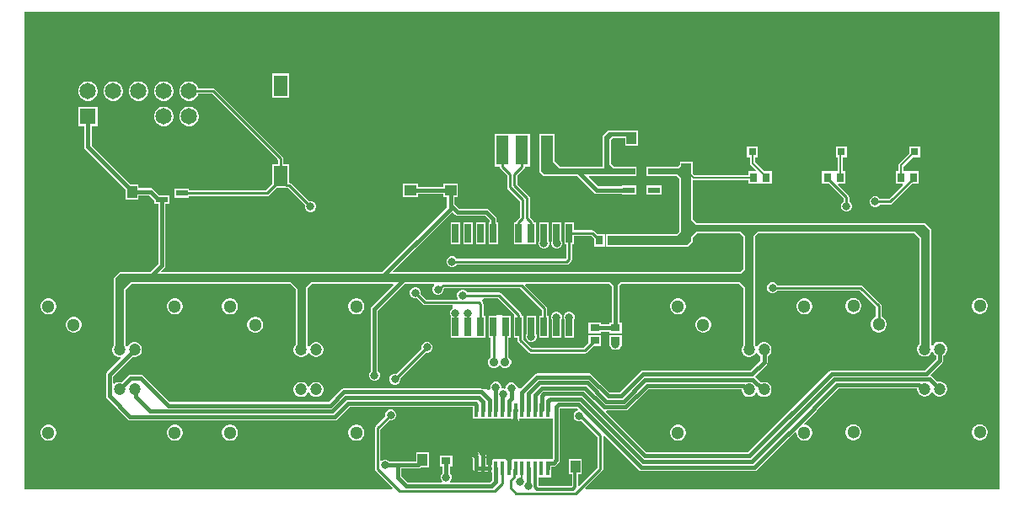
<source format=gtl>
G04*
G04 #@! TF.GenerationSoftware,Altium Limited,Altium Designer,21.2.2 (38)*
G04*
G04 Layer_Physical_Order=1*
G04 Layer_Color=255*
%FSLAX25Y25*%
%MOIN*%
G70*
G04*
G04 #@! TF.SameCoordinates,A8DC1787-E1FC-4306-BF81-433DAE83029F*
G04*
G04*
G04 #@! TF.FilePolarity,Positive*
G04*
G01*
G75*
%ADD13C,0.01000*%
%ADD15R,0.02559X0.07579*%
%ADD16R,0.03150X0.03150*%
%ADD17R,0.01772X0.05807*%
%ADD18R,0.03985X0.04758*%
%ADD19R,0.03740X0.03150*%
%ADD20R,0.03150X0.03740*%
%ADD21R,0.04724X0.02362*%
%ADD22R,0.04528X0.02165*%
%ADD23R,0.04758X0.03985*%
%ADD24R,0.04921X0.11811*%
%ADD25R,0.05512X0.08268*%
%ADD38C,0.13780*%
%ADD40C,0.00800*%
%ADD41C,0.01575*%
%ADD42C,0.01772*%
%ADD43C,0.01181*%
%ADD44C,0.03583*%
%ADD45C,0.05118*%
%ADD46C,0.04724*%
%ADD47C,0.06496*%
%ADD48R,0.06496X0.06496*%
%ADD49C,0.03150*%
G36*
X389764Y3937D02*
X225862D01*
X225670Y4399D01*
X232486Y11215D01*
X232486Y11215D01*
X232729Y11579D01*
X232815Y12008D01*
X232815Y12008D01*
Y24911D01*
X233300Y25132D01*
X246933Y11500D01*
X247392Y11193D01*
X247933Y11085D01*
X292717D01*
X293258Y11193D01*
X293717Y11500D01*
X296965Y14748D01*
X296965Y14748D01*
X308742Y26526D01*
X309243Y26318D01*
Y25864D01*
X309458Y25060D01*
X309874Y24340D01*
X310462Y23752D01*
X311182Y23336D01*
X311986Y23121D01*
X312818D01*
X313621Y23336D01*
X314341Y23752D01*
X314930Y24340D01*
X315345Y25060D01*
X315561Y25864D01*
Y26695D01*
X315345Y27499D01*
X314930Y28219D01*
X314341Y28807D01*
X313621Y29223D01*
X312818Y29439D01*
X312363D01*
X312156Y29939D01*
X317240Y35023D01*
X317439Y35320D01*
X325980Y43861D01*
X356894D01*
X357015Y43740D01*
Y43215D01*
X357217Y42462D01*
X357607Y41786D01*
X358159Y41235D01*
X358834Y40845D01*
X359588Y40643D01*
X360368D01*
X361121Y40845D01*
X361797Y41235D01*
X362348Y41786D01*
X362653Y42315D01*
X362757Y42347D01*
X363104D01*
X363208Y42315D01*
X363513Y41786D01*
X364064Y41235D01*
X364740Y40845D01*
X365493Y40643D01*
X366273D01*
X367027Y40845D01*
X367702Y41235D01*
X368254Y41786D01*
X368644Y42462D01*
X368846Y43215D01*
Y43995D01*
X368644Y44748D01*
X368254Y45424D01*
X367702Y45975D01*
X367027Y46365D01*
X366273Y46567D01*
X365493D01*
X365042Y46446D01*
X363038Y48451D01*
X362579Y48757D01*
X362421Y48789D01*
X362257Y49331D01*
X366883Y53958D01*
X367190Y54417D01*
X367298Y54958D01*
Y56749D01*
X367702Y56983D01*
X368254Y57534D01*
X368644Y58210D01*
X368846Y58963D01*
Y59743D01*
X368644Y60496D01*
X368254Y61172D01*
X367702Y61723D01*
X367027Y62113D01*
X366273Y62315D01*
X365493D01*
X364740Y62113D01*
X364064Y61723D01*
X363513Y61172D01*
X363354Y60897D01*
X362765Y60819D01*
X362556Y61027D01*
X362556Y106597D01*
X362366Y107057D01*
X360302Y109121D01*
X359842Y109311D01*
X269954D01*
X268390Y110875D01*
Y126151D01*
X268504Y126244D01*
X290247D01*
Y124794D01*
X293982D01*
X293982Y124791D01*
X295988D01*
X295990Y124794D01*
X299517D01*
Y129734D01*
X296610D01*
X292949Y133395D01*
Y135325D01*
X294104D01*
Y139675D01*
X289754D01*
Y135325D01*
X290910D01*
Y132972D01*
X290987Y132582D01*
X291208Y132252D01*
X293264Y130196D01*
X293073Y129734D01*
X290247D01*
Y128283D01*
X268926D01*
X268390Y128820D01*
Y128897D01*
X268340Y129016D01*
Y133385D01*
X263156D01*
Y132283D01*
X262428Y131555D01*
X255915D01*
Y131604D01*
X249991D01*
Y131025D01*
X249941Y130905D01*
Y128543D01*
X249991Y128424D01*
Y128042D01*
X250234D01*
X250590Y127894D01*
X261936D01*
X263102Y126728D01*
X263070Y107136D01*
X263061Y106042D01*
X261901Y104882D01*
X238395D01*
Y104931D01*
X234046D01*
Y104352D01*
X233996Y104232D01*
Y100492D01*
X234046Y100373D01*
Y99990D01*
X234229D01*
X234261Y99958D01*
X234720Y99768D01*
X265848D01*
X266308Y99958D01*
X268200Y101850D01*
X268390Y102310D01*
Y103692D01*
X269954Y105256D01*
X286837D01*
X288231Y103862D01*
X288231Y90927D01*
X287072Y89768D01*
X149934Y89768D01*
X149743Y90230D01*
X173166Y113653D01*
X174334Y112484D01*
X174793Y112177D01*
X175334Y112070D01*
X186127D01*
X187936Y110260D01*
Y109653D01*
X187471D01*
Y100874D01*
X191230D01*
Y109653D01*
X190765D01*
Y110846D01*
X190657Y111388D01*
X190351Y111847D01*
X187713Y114485D01*
X187254Y114791D01*
X186713Y114899D01*
X175920D01*
X173888Y116932D01*
Y119553D01*
X175452D01*
Y124738D01*
X169494D01*
Y123560D01*
X159672D01*
Y124738D01*
X153714D01*
Y119553D01*
X159672D01*
Y120731D01*
X169494D01*
Y119553D01*
X171058D01*
Y115547D01*
X145280Y89768D01*
X115235D01*
X115230Y89770D01*
X111890D01*
X111885Y89768D01*
X58284Y89768D01*
X58092Y90230D01*
X59268Y91406D01*
X59575Y91865D01*
X59682Y92406D01*
Y116821D01*
X61132D01*
Y120187D01*
X57405D01*
X54930Y122661D01*
X54471Y122968D01*
X53930Y123075D01*
X49049D01*
Y124640D01*
X45865D01*
X30470Y140035D01*
Y147668D01*
X32903D01*
Y155364D01*
X25207D01*
Y147668D01*
X27641D01*
Y139449D01*
X27748Y138908D01*
X28055Y138449D01*
X43864Y122639D01*
Y118682D01*
X49049D01*
Y120246D01*
X53344D01*
X55404Y118186D01*
Y116821D01*
X56853D01*
Y92992D01*
X53629Y89768D01*
X41732D01*
X41273Y89578D01*
X39603Y87908D01*
X39413Y87448D01*
Y85778D01*
X39413Y85778D01*
Y61197D01*
X39188Y60972D01*
X38798Y60297D01*
X38596Y59544D01*
Y58764D01*
X38798Y58010D01*
X39188Y57335D01*
X39739Y56783D01*
X40415Y56393D01*
X41168Y56191D01*
X41794D01*
X42016Y55771D01*
X42025Y55715D01*
X36598Y50288D01*
X36292Y49830D01*
X36184Y49288D01*
Y40748D01*
X36292Y40207D01*
X36598Y39748D01*
X44767Y31578D01*
X45226Y31272D01*
X45768Y31164D01*
X75577D01*
X126673Y31164D01*
X127215Y31272D01*
X127673Y31578D01*
X132615Y36520D01*
X181290D01*
Y31846D01*
X196668D01*
Y30627D01*
X196621Y30390D01*
X196728Y29848D01*
X197035Y29389D01*
X197494Y29083D01*
X198035Y28975D01*
X198577Y29083D01*
X199036Y29389D01*
X199083Y29437D01*
X199390Y29896D01*
X199497Y30437D01*
Y31846D01*
X212411D01*
Y31846D01*
X212857Y31716D01*
Y16039D01*
X212565Y15746D01*
X211024D01*
X210887Y15719D01*
X196985D01*
Y16508D01*
X196985Y16508D01*
X196878Y17050D01*
X196571Y17509D01*
X196112Y17815D01*
X195571Y17923D01*
X195029Y17815D01*
X194571Y17509D01*
X194264Y17050D01*
X194156Y16508D01*
Y15719D01*
X188967D01*
Y13768D01*
X188467Y13501D01*
X188435Y13522D01*
X187894Y13630D01*
X186700D01*
Y18357D01*
X186592Y18898D01*
X186286Y19357D01*
X186237Y19406D01*
X185777Y19713D01*
X185236Y19820D01*
X184695Y19713D01*
X184236Y19406D01*
X183929Y18947D01*
X183901Y18803D01*
X183331Y18504D01*
X183197Y18562D01*
X182890Y19021D01*
X182431Y19328D01*
X181890Y19436D01*
X181348Y19328D01*
X180889Y19021D01*
X180583Y18562D01*
X180475Y18021D01*
Y17595D01*
X180583Y17053D01*
X180889Y16595D01*
X181263Y16221D01*
Y12314D01*
X181370Y11773D01*
X181677Y11314D01*
X181775Y11215D01*
X182234Y10909D01*
X182776Y10801D01*
X187894D01*
X188435Y10909D01*
X188440Y10912D01*
X188940Y10644D01*
Y7574D01*
X187997Y6631D01*
X172422D01*
X172215Y7131D01*
X172513Y7429D01*
X172844Y8229D01*
Y9094D01*
X172513Y9893D01*
X172133Y10273D01*
Y12885D01*
X173238D01*
Y17234D01*
X168298D01*
Y12885D01*
X169304D01*
Y10372D01*
X168826Y9893D01*
X168494Y9094D01*
Y8229D01*
X168826Y7429D01*
X169124Y7131D01*
X168917Y6631D01*
X155507D01*
X152891Y9247D01*
Y12070D01*
X159646D01*
X160187Y12177D01*
X160646Y12484D01*
X160826Y12664D01*
X164010D01*
Y18621D01*
X158825D01*
Y14899D01*
X151476D01*
X151476Y14899D01*
X148315D01*
X147886Y15328D01*
X147086Y15659D01*
X146221D01*
X145422Y15328D01*
X145224Y15130D01*
X144724Y15337D01*
Y27587D01*
X148276Y31139D01*
X148386Y31093D01*
X149251D01*
X150051Y31424D01*
X150663Y32036D01*
X150994Y32835D01*
Y33700D01*
X150663Y34500D01*
X150051Y35111D01*
X149251Y35443D01*
X148386D01*
X147587Y35111D01*
X146975Y34500D01*
X146644Y33700D01*
Y32835D01*
X146690Y32725D01*
X142809Y28844D01*
X142566Y28480D01*
X142481Y28051D01*
X142481Y28051D01*
Y11853D01*
X142481Y11853D01*
X142566Y11423D01*
X142809Y11060D01*
X149470Y4399D01*
X149278Y3937D01*
X3937D01*
Y192913D01*
X389764D01*
Y3937D01*
D02*
G37*
G36*
X236369Y84074D02*
Y69893D01*
X235314D01*
Y69133D01*
X231986D01*
Y69893D01*
X227046D01*
Y65544D01*
X231986D01*
Y66304D01*
X235314D01*
Y65544D01*
X240254D01*
Y69893D01*
X239198D01*
Y84302D01*
X240025Y85128D01*
X286739Y85129D01*
X288231Y83636D01*
X288231Y61023D01*
X288181Y60972D01*
X287791Y60297D01*
X287589Y59544D01*
Y58764D01*
X287791Y58010D01*
X288181Y57335D01*
X288732Y56783D01*
X289408Y56393D01*
X290161Y56191D01*
X290941D01*
X291695Y56393D01*
X292370Y56783D01*
X292921Y57335D01*
X293227Y57863D01*
X293331Y57896D01*
X293677D01*
X293781Y57863D01*
X294086Y57335D01*
X294638Y56783D01*
X295042Y56550D01*
Y54729D01*
X291137Y50824D01*
X248475D01*
X247933Y50716D01*
X247475Y50410D01*
X239424Y42360D01*
X235452D01*
X228447Y49365D01*
X227988Y49672D01*
X227447Y49779D01*
X206734D01*
X206192Y49672D01*
X205733Y49365D01*
X200155Y43786D01*
X199655Y43793D01*
X198316Y45210D01*
X198300Y45247D01*
X197949Y45599D01*
X197679Y45884D01*
X197628D01*
X196889Y46190D01*
X196024D01*
X195225Y45859D01*
X194613Y45247D01*
X194282Y44448D01*
Y44026D01*
X193782Y43692D01*
X193715Y43720D01*
X193056D01*
X192823Y43765D01*
X192594Y44155D01*
Y44675D01*
X192263Y45475D01*
X191651Y46087D01*
X190852Y46418D01*
X189987D01*
X189187Y46087D01*
X188575Y45475D01*
X188244Y44675D01*
Y43810D01*
X188267Y43756D01*
X187733Y43378D01*
X186641Y43498D01*
X185297Y43571D01*
X185095Y43705D01*
X184554Y43813D01*
X130181D01*
X129639Y43705D01*
X129180Y43399D01*
X124238Y38457D01*
X61378D01*
X51000Y48835D01*
X50541Y49142D01*
X50000Y49249D01*
X45987D01*
X45446Y49142D01*
X44987Y48835D01*
X42399Y46247D01*
X41948Y46368D01*
X41168D01*
X40415Y46166D01*
X39739Y45776D01*
X39513Y45549D01*
X39013Y45757D01*
Y48702D01*
X46623Y56312D01*
X47074Y56191D01*
X47854D01*
X48607Y56393D01*
X49283Y56783D01*
X49834Y57335D01*
X50224Y58010D01*
X50426Y58764D01*
Y59544D01*
X50224Y60297D01*
X49834Y60972D01*
X49283Y61524D01*
X48607Y61914D01*
X47854Y62116D01*
X47074D01*
X46320Y61914D01*
X45645Y61524D01*
X45093Y60972D01*
X44788Y60444D01*
X44684Y60411D01*
X44338D01*
X44234Y60444D01*
X44052Y60759D01*
X44052Y82849D01*
X46332Y85129D01*
X109180D01*
X111240Y83068D01*
Y61197D01*
X111015Y60972D01*
X110626Y60297D01*
X110424Y59544D01*
Y58764D01*
X110626Y58010D01*
X111015Y57335D01*
X111567Y56783D01*
X112242Y56393D01*
X112996Y56191D01*
X113776D01*
X114529Y56393D01*
X115122Y56735D01*
X115230D01*
X115689Y56926D01*
X115880Y57385D01*
Y57514D01*
X116157Y57811D01*
X116677Y57757D01*
X116921Y57335D01*
X117473Y56783D01*
X118148Y56393D01*
X118901Y56191D01*
X119681D01*
X120435Y56393D01*
X121110Y56783D01*
X121662Y57335D01*
X122052Y58010D01*
X122254Y58764D01*
Y59544D01*
X122052Y60297D01*
X121662Y60972D01*
X121110Y61524D01*
X120435Y61914D01*
X119681Y62116D01*
X118901D01*
X118148Y61914D01*
X117473Y61524D01*
X116921Y60972D01*
X116616Y60444D01*
X116512Y60411D01*
X116165D01*
X116061Y60444D01*
X115880Y60759D01*
X115880Y83416D01*
X117592Y85129D01*
X149601D01*
X149792Y84667D01*
X141224Y76099D01*
X140918Y75640D01*
X140810Y75098D01*
Y50514D01*
X140534Y50238D01*
X140203Y49439D01*
Y48574D01*
X140534Y47774D01*
X141146Y47163D01*
X141945Y46832D01*
X142810D01*
X143609Y47163D01*
X144221Y47774D01*
X144552Y48574D01*
Y49439D01*
X144221Y50238D01*
X143639Y50820D01*
Y74512D01*
X154255Y85129D01*
X165886D01*
X166093Y84629D01*
X165670Y84206D01*
X165339Y83406D01*
Y82541D01*
X165670Y81742D01*
X166282Y81130D01*
X167081Y80799D01*
X167947D01*
X168746Y81130D01*
X169358Y81742D01*
X169689Y82541D01*
Y83291D01*
X169954Y83557D01*
X199995D01*
X208524Y75028D01*
Y72551D01*
X207471D01*
Y63772D01*
X211230D01*
Y72551D01*
X210767D01*
Y75492D01*
X210767Y75492D01*
X210682Y75921D01*
X210439Y76285D01*
X202057Y84667D01*
X202249Y85129D01*
X235314D01*
X236369Y84074D01*
D02*
G37*
G36*
X264951Y131678D02*
X265039Y131135D01*
X265027Y131127D01*
X264806Y130796D01*
X264728Y130406D01*
Y128897D01*
X267740D01*
Y110606D01*
X269685Y108661D01*
X359842D01*
X361907Y106597D01*
X361907Y59055D01*
X358566Y59055D01*
X358566Y103590D01*
X356251Y105905D01*
X293799Y105905D01*
X292224Y104331D01*
X292221Y104331D01*
X292221Y87826D01*
X292221Y85778D01*
X292221Y85778D01*
X292221Y57677D01*
X288881Y57677D01*
X288881Y83905D01*
X287008Y85778D01*
X239756Y85778D01*
X238559Y84581D01*
X237001Y84360D01*
X235583Y85778D01*
X200570D01*
X200459Y85800D01*
X200459Y85800D01*
X169490D01*
X169490Y85800D01*
X169380Y85778D01*
X117323D01*
X115248Y83703D01*
X115230Y83701D01*
X115230Y57385D01*
X111890Y57385D01*
Y83337D01*
X109449Y85778D01*
X46063D01*
X43403Y83118D01*
X43403Y57874D01*
X40062Y57874D01*
Y85778D01*
X40062Y85778D01*
Y87448D01*
X40062Y87448D01*
X41732Y89119D01*
X111890Y89119D01*
Y89121D01*
X115230D01*
Y89119D01*
X287341Y89119D01*
X288881Y90658D01*
X288881Y104134D01*
X288878Y104134D01*
X287106Y105905D01*
X269685D01*
X267740Y103961D01*
Y102310D01*
X265848Y100418D01*
X234720D01*
X234646Y100492D01*
Y104232D01*
X262170D01*
X263709Y105771D01*
X263720Y107133D01*
X263752Y127020D01*
X263734Y127014D01*
X262205Y128543D01*
X250590D01*
Y130905D01*
X262697D01*
X263791Y131999D01*
X264951Y131678D01*
D02*
G37*
G36*
X355982Y105256D02*
X357916Y103321D01*
X357916Y61481D01*
X357607Y61172D01*
X357217Y60496D01*
X357015Y59743D01*
Y58963D01*
X357217Y58210D01*
X357607Y57534D01*
X358159Y56983D01*
X358834Y56593D01*
X359588Y56391D01*
X360368D01*
X361121Y56593D01*
X361797Y56983D01*
X362348Y57534D01*
X362653Y58063D01*
X362757Y58095D01*
X363104D01*
X363208Y58063D01*
X363513Y57534D01*
X364064Y56983D01*
X364469Y56749D01*
Y55544D01*
X359964Y51040D01*
X323149D01*
X322607Y50932D01*
X322149Y50625D01*
X290083Y18560D01*
X250026D01*
X233946Y34639D01*
X234137Y35101D01*
X241732D01*
X242274Y35209D01*
X242733Y35515D01*
X250783Y43566D01*
X287538D01*
X287589Y43515D01*
Y43016D01*
X287791Y42262D01*
X288181Y41587D01*
X288732Y41035D01*
X289408Y40645D01*
X290161Y40443D01*
X290941D01*
X291695Y40645D01*
X292370Y41035D01*
X292921Y41587D01*
X293227Y42115D01*
X293331Y42148D01*
X293677D01*
X293781Y42115D01*
X294086Y41587D01*
X294638Y41035D01*
X295313Y40645D01*
X296067Y40443D01*
X296847D01*
X297600Y40645D01*
X298275Y41035D01*
X298827Y41587D01*
X299217Y42262D01*
X299419Y43016D01*
Y43795D01*
X299217Y44549D01*
X298827Y45224D01*
X298275Y45776D01*
X297600Y46166D01*
X296847Y46368D01*
X296067D01*
X295313Y46166D01*
X295174Y46086D01*
X293141Y48119D01*
X293043Y48281D01*
X293003Y48689D01*
X297457Y53143D01*
X297764Y53602D01*
X297871Y54143D01*
Y56550D01*
X298275Y56783D01*
X298827Y57335D01*
X299217Y58010D01*
X299419Y58764D01*
Y59544D01*
X299217Y60297D01*
X298827Y60972D01*
X298275Y61524D01*
X297600Y61914D01*
X296847Y62116D01*
X296067D01*
X295313Y61914D01*
X294638Y61524D01*
X294086Y60972D01*
X293781Y60444D01*
X293677Y60411D01*
X293331D01*
X293227Y60444D01*
X292921Y60972D01*
X292871Y61023D01*
X292871Y85778D01*
X292871Y85778D01*
X292871Y87826D01*
X292871Y104059D01*
X294068Y105256D01*
X355982Y105256D01*
D02*
G37*
G36*
X222851Y35581D02*
X222682Y35043D01*
X222067Y34789D01*
X221455Y34177D01*
X221124Y33377D01*
Y32512D01*
X221455Y31713D01*
X222067Y31101D01*
X222867Y30770D01*
X223732D01*
X224229Y30976D01*
X230571Y24634D01*
Y12472D01*
X223422Y5323D01*
X222960Y5514D01*
Y9908D01*
X224443D01*
Y15865D01*
X219258D01*
Y9908D01*
X220532D01*
Y5249D01*
X207256D01*
Y8712D01*
X212411D01*
Y12917D01*
X213151D01*
X213692Y13025D01*
X214151Y13331D01*
X215272Y14453D01*
X215579Y14911D01*
X215686Y15453D01*
Y35893D01*
X215780Y35987D01*
X222446D01*
X222851Y35581D01*
D02*
G37*
%LPC*%
G36*
X108671Y168415D02*
X101959D01*
Y158947D01*
X108671D01*
Y168415D01*
D02*
G37*
G36*
X59562Y165364D02*
X58548D01*
X57570Y165102D01*
X56692Y164595D01*
X55976Y163879D01*
X55469Y163001D01*
X55207Y162022D01*
Y161009D01*
X55469Y160030D01*
X55976Y159153D01*
X56692Y158437D01*
X57570Y157930D01*
X58548Y157668D01*
X59562D01*
X60540Y157930D01*
X61418Y158437D01*
X62134Y159153D01*
X62641Y160030D01*
X62903Y161009D01*
Y162022D01*
X62641Y163001D01*
X62134Y163879D01*
X61418Y164595D01*
X60540Y165102D01*
X59562Y165364D01*
D02*
G37*
G36*
X49562D02*
X48548D01*
X47570Y165102D01*
X46692Y164595D01*
X45976Y163879D01*
X45469Y163001D01*
X45207Y162022D01*
Y161009D01*
X45469Y160030D01*
X45976Y159153D01*
X46692Y158437D01*
X47570Y157930D01*
X48548Y157668D01*
X49562D01*
X50540Y157930D01*
X51418Y158437D01*
X52134Y159153D01*
X52641Y160030D01*
X52903Y161009D01*
Y162022D01*
X52641Y163001D01*
X52134Y163879D01*
X51418Y164595D01*
X50540Y165102D01*
X49562Y165364D01*
D02*
G37*
G36*
X39562D02*
X38548D01*
X37570Y165102D01*
X36692Y164595D01*
X35976Y163879D01*
X35469Y163001D01*
X35207Y162022D01*
Y161009D01*
X35469Y160030D01*
X35976Y159153D01*
X36692Y158437D01*
X37570Y157930D01*
X38548Y157668D01*
X39562D01*
X40540Y157930D01*
X41418Y158437D01*
X42134Y159153D01*
X42641Y160030D01*
X42903Y161009D01*
Y162022D01*
X42641Y163001D01*
X42134Y163879D01*
X41418Y164595D01*
X40540Y165102D01*
X39562Y165364D01*
D02*
G37*
G36*
X29562D02*
X28548D01*
X27570Y165102D01*
X26692Y164595D01*
X25976Y163879D01*
X25469Y163001D01*
X25207Y162022D01*
Y161009D01*
X25469Y160030D01*
X25976Y159153D01*
X26692Y158437D01*
X27570Y157930D01*
X28548Y157668D01*
X29562D01*
X30540Y157930D01*
X31418Y158437D01*
X32134Y159153D01*
X32641Y160030D01*
X32903Y161009D01*
Y162022D01*
X32641Y163001D01*
X32134Y163879D01*
X31418Y164595D01*
X30540Y165102D01*
X29562Y165364D01*
D02*
G37*
G36*
X170984Y153559D02*
X170594Y153481D01*
X170263Y153260D01*
X168567Y151564D01*
X168346Y151233D01*
X168269Y150843D01*
X168346Y150453D01*
X168567Y150122D01*
X168898Y149901D01*
X169288Y149824D01*
X169678Y149901D01*
X170009Y150122D01*
X171705Y151818D01*
X171926Y152149D01*
X172004Y152539D01*
X171926Y152930D01*
X171705Y153260D01*
X171374Y153481D01*
X170984Y153559D01*
D02*
G37*
G36*
X224311Y155548D02*
X223770Y155441D01*
X223311Y155134D01*
X221716Y153540D01*
X221410Y153081D01*
X221302Y152539D01*
X221410Y151998D01*
X221716Y151539D01*
X222175Y151233D01*
X222682Y151132D01*
X223747Y150067D01*
X224078Y149846D01*
X224468Y149769D01*
X224858Y149846D01*
X225189Y150067D01*
X225410Y150398D01*
X225487Y150788D01*
X225410Y151178D01*
X225189Y151509D01*
X224438Y152260D01*
X225311Y153134D01*
X225618Y153593D01*
X225726Y154134D01*
X225618Y154675D01*
X225311Y155134D01*
X224852Y155441D01*
X224311Y155548D01*
D02*
G37*
G36*
X159702Y151863D02*
X159311Y151785D01*
X158981Y151564D01*
X158531Y151115D01*
X158310Y150784D01*
X158232Y150394D01*
X158310Y150004D01*
X158531Y149673D01*
X158862Y149452D01*
X159252Y149374D01*
X159642Y149452D01*
X159973Y149673D01*
X160423Y150122D01*
X160643Y150453D01*
X160721Y150843D01*
X160643Y151233D01*
X160423Y151564D01*
X160092Y151785D01*
X159702Y151863D01*
D02*
G37*
G36*
X69562Y155364D02*
X68549D01*
X67570Y155102D01*
X66692Y154595D01*
X65976Y153878D01*
X65469Y153001D01*
X65207Y152022D01*
Y151009D01*
X65469Y150031D01*
X65976Y149153D01*
X66692Y148437D01*
X67570Y147930D01*
X68549Y147668D01*
X69562D01*
X70540Y147930D01*
X71418Y148437D01*
X72134Y149153D01*
X72641Y150031D01*
X72903Y151009D01*
Y152022D01*
X72641Y153001D01*
X72134Y153878D01*
X71418Y154595D01*
X70540Y155102D01*
X69562Y155364D01*
D02*
G37*
G36*
X59562D02*
X58548D01*
X57570Y155102D01*
X56692Y154595D01*
X55976Y153878D01*
X55469Y153001D01*
X55207Y152022D01*
Y151009D01*
X55469Y150031D01*
X55976Y149153D01*
X56692Y148437D01*
X57570Y147930D01*
X58548Y147668D01*
X59562D01*
X60540Y147930D01*
X61418Y148437D01*
X62134Y149153D01*
X62641Y150031D01*
X62903Y151009D01*
Y152022D01*
X62641Y153001D01*
X62134Y153878D01*
X61418Y154595D01*
X60540Y155102D01*
X59562Y155364D01*
D02*
G37*
G36*
X203848Y144557D02*
X197727D01*
Y144554D01*
X195974D01*
Y144557D01*
X189853D01*
Y131546D01*
X191812D01*
X191877Y131217D01*
X192120Y130853D01*
X194829Y128144D01*
Y123392D01*
X194829Y123392D01*
X194914Y122963D01*
X195157Y122599D01*
X199834Y117922D01*
Y111623D01*
X198557Y110346D01*
X198314Y109982D01*
X198249Y109653D01*
X197471D01*
Y100874D01*
X200831D01*
X200841Y100865D01*
Y100865D01*
X203006D01*
Y100874D01*
X206230D01*
Y109653D01*
X205452D01*
X205387Y109982D01*
X205143Y110346D01*
X205143Y110346D01*
X203877Y111612D01*
Y119132D01*
X203792Y119562D01*
X203549Y119926D01*
X203549Y119926D01*
X198872Y124603D01*
Y128144D01*
X201581Y130853D01*
X201824Y131217D01*
X201889Y131546D01*
X203848D01*
Y144557D01*
D02*
G37*
G36*
X320817Y138766D02*
X320427Y138688D01*
X320096Y138467D01*
X319875Y138136D01*
X319797Y137746D01*
X319875Y137356D01*
X320096Y137025D01*
X320342Y136779D01*
X320673Y136558D01*
X321063Y136480D01*
X321453Y136558D01*
X321784Y136779D01*
X322005Y137110D01*
X322083Y137500D01*
X322005Y137890D01*
X321784Y138221D01*
X321538Y138467D01*
X321207Y138688D01*
X320817Y138766D01*
D02*
G37*
G36*
X183071Y139466D02*
X182529Y139358D01*
X182071Y139051D01*
X181764Y138593D01*
X181656Y138051D01*
Y134606D01*
X181764Y134065D01*
X182071Y133606D01*
X182529Y133299D01*
X183071Y133192D01*
X183612Y133299D01*
X184071Y133606D01*
X184378Y134065D01*
X184485Y134606D01*
Y138051D01*
X184378Y138593D01*
X184071Y139051D01*
X183612Y139358D01*
X183071Y139466D01*
D02*
G37*
G36*
X246687Y145983D02*
X241502D01*
Y145925D01*
X234951D01*
X234492Y145735D01*
X232912Y144154D01*
X232878Y144073D01*
X232808Y144019D01*
X232786Y143851D01*
X232721Y143695D01*
X232720Y131554D01*
X215824D01*
X213734Y133645D01*
Y133848D01*
X213691Y133952D01*
Y144557D01*
X207569D01*
Y133996D01*
X207513Y133861D01*
X207513Y133859D01*
X207513Y133858D01*
X207523Y129864D01*
X207619Y129634D01*
X207713Y129406D01*
X209026Y128094D01*
X209275Y127990D01*
X209485Y127904D01*
X222498Y127899D01*
X229126Y121271D01*
X229617Y120943D01*
X230197Y120828D01*
X240148D01*
Y120561D01*
X246072D01*
Y124124D01*
X240148D01*
Y123857D01*
X230824D01*
X227247Y127435D01*
X227438Y127897D01*
X245468Y127891D01*
X245709Y127990D01*
X245833Y128042D01*
X246072D01*
Y128431D01*
X246118Y128540D01*
X246119Y130904D01*
X246119Y130905D01*
X246119Y130905D01*
X246072Y131017D01*
Y131604D01*
X240148D01*
Y131554D01*
X237265D01*
X236083Y132737D01*
X236083Y142245D01*
X236883Y143046D01*
X241502D01*
Y140026D01*
X246687D01*
Y143633D01*
X246712Y143695D01*
Y145276D01*
X246687Y145337D01*
Y145983D01*
D02*
G37*
G36*
X329143Y139675D02*
X324794D01*
Y135325D01*
X325457D01*
Y129734D01*
X324302D01*
Y129727D01*
X323730D01*
Y129734D01*
X319380D01*
Y124794D01*
X322144D01*
X327914Y119024D01*
Y117834D01*
X327803Y117789D01*
X327192Y117177D01*
X326861Y116377D01*
Y115512D01*
X327192Y114713D01*
X327803Y114101D01*
X328603Y113770D01*
X329468D01*
X330267Y114101D01*
X330879Y114713D01*
X331210Y115512D01*
Y116377D01*
X330879Y117177D01*
X330267Y117789D01*
X330157Y117834D01*
Y119488D01*
X330157Y119488D01*
X330072Y119917D01*
X329829Y120281D01*
X329829Y120281D01*
X325778Y124332D01*
X325969Y124794D01*
X328651D01*
Y129734D01*
X327496D01*
Y135325D01*
X329143D01*
Y139675D01*
D02*
G37*
G36*
X255915Y124124D02*
X249991D01*
Y120561D01*
X255915D01*
Y124124D01*
D02*
G37*
G36*
X358277Y139675D02*
X353928D01*
Y136767D01*
X349968Y132808D01*
X349747Y132477D01*
X349669Y132087D01*
Y129734D01*
X348514D01*
Y124794D01*
X351196D01*
X351387Y124332D01*
X345894Y118838D01*
X342342D01*
X342297Y118948D01*
X341685Y119560D01*
X340885Y119891D01*
X340020D01*
X339221Y119560D01*
X338609Y118948D01*
X338278Y118149D01*
Y117284D01*
X338609Y116485D01*
X339221Y115873D01*
X340020Y115542D01*
X340885D01*
X341685Y115873D01*
X342297Y116485D01*
X342342Y116595D01*
X346358D01*
X346358Y116595D01*
X346788Y116680D01*
X347151Y116923D01*
X355022Y124794D01*
X357785D01*
Y129734D01*
X353922D01*
Y129734D01*
X352358D01*
X352358Y129734D01*
X351709D01*
Y131664D01*
X355369Y135325D01*
X358277D01*
Y139675D01*
D02*
G37*
G36*
X69562Y165364D02*
X68549D01*
X67570Y165102D01*
X66692Y164595D01*
X65976Y163879D01*
X65469Y163001D01*
X65207Y162022D01*
Y161009D01*
X65469Y160030D01*
X65976Y159153D01*
X66692Y158437D01*
X67570Y157930D01*
X68549Y157668D01*
X69562D01*
X70540Y157930D01*
X71418Y158437D01*
X72134Y159153D01*
X72641Y160030D01*
X72738Y160394D01*
X78177D01*
X104193Y134378D01*
Y132588D01*
X101959D01*
Y124707D01*
X99437Y122185D01*
X69006D01*
Y122746D01*
X63278D01*
Y119380D01*
X69006D01*
Y119941D01*
X99901D01*
X99902Y119941D01*
X100331Y120027D01*
X100695Y120270D01*
X103545Y123120D01*
X107463D01*
X107571Y123099D01*
X107571Y123099D01*
X108189D01*
X114899Y116389D01*
X114853Y116279D01*
Y115414D01*
X115184Y114614D01*
X115796Y114003D01*
X116595Y113672D01*
X117460D01*
X118260Y114003D01*
X118871Y114614D01*
X119202Y115414D01*
Y116279D01*
X118871Y117078D01*
X118260Y117690D01*
X117460Y118021D01*
X116595D01*
X116485Y117975D01*
X109447Y125013D01*
X109083Y125257D01*
X108671Y125339D01*
Y132588D01*
X106437D01*
Y134843D01*
X106351Y135272D01*
X106108Y135636D01*
X106108Y135636D01*
X79435Y162309D01*
X79071Y162552D01*
X78642Y162637D01*
X78642Y162637D01*
X72738D01*
X72641Y163001D01*
X72134Y163879D01*
X71418Y164595D01*
X70540Y165102D01*
X69562Y165364D01*
D02*
G37*
G36*
X186230Y109653D02*
X182471D01*
Y100874D01*
X186230D01*
Y109653D01*
D02*
G37*
G36*
X181230D02*
X177471D01*
Y100874D01*
X181230D01*
Y109653D01*
D02*
G37*
G36*
X176230D02*
X172471D01*
Y100874D01*
X176230D01*
Y109653D01*
D02*
G37*
G36*
X221230D02*
X217471D01*
Y100874D01*
X218229D01*
Y95383D01*
X217963Y95118D01*
X174960D01*
X174915Y95228D01*
X174303Y95840D01*
X173503Y96171D01*
X172638D01*
X171839Y95840D01*
X171227Y95228D01*
X170896Y94429D01*
Y93563D01*
X171227Y92764D01*
X171839Y92152D01*
X172638Y91821D01*
X173503D01*
X174303Y92152D01*
X174915Y92764D01*
X174960Y92874D01*
X218428D01*
X218428Y92874D01*
X218857Y92960D01*
X219221Y93203D01*
X220143Y94125D01*
X220144Y94125D01*
X220387Y94489D01*
X220472Y94919D01*
Y100874D01*
X221230D01*
Y104142D01*
X228031D01*
X229124Y103049D01*
Y99990D01*
X233474D01*
Y104931D01*
X230415D01*
X229289Y106057D01*
X228925Y106300D01*
X228496Y106385D01*
X228496Y106385D01*
X221230D01*
Y109653D01*
D02*
G37*
G36*
X216230D02*
X212471D01*
Y102140D01*
X212294Y101712D01*
Y100847D01*
X212625Y100048D01*
X213237Y99436D01*
X214036Y99105D01*
X214901D01*
X215700Y99436D01*
X216312Y100048D01*
X216643Y100847D01*
Y101712D01*
X216312Y102512D01*
X216230Y102594D01*
Y109653D01*
D02*
G37*
G36*
X211230D02*
X207471D01*
Y102187D01*
X207274Y101712D01*
Y100847D01*
X207605Y100048D01*
X208217Y99436D01*
X209016Y99105D01*
X209881D01*
X210681Y99436D01*
X211293Y100048D01*
X211624Y100847D01*
Y101712D01*
X211293Y102512D01*
X211230Y102574D01*
Y109653D01*
D02*
G37*
G36*
X382244Y79638D02*
X381412D01*
X380609Y79423D01*
X379888Y79007D01*
X379300Y78419D01*
X378884Y77698D01*
X378669Y76895D01*
Y76063D01*
X378884Y75260D01*
X379300Y74539D01*
X379888Y73951D01*
X380609Y73535D01*
X381412Y73320D01*
X382244D01*
X383048Y73535D01*
X383768Y73951D01*
X384356Y74539D01*
X384772Y75260D01*
X384987Y76063D01*
Y76895D01*
X384772Y77698D01*
X384356Y78419D01*
X383768Y79007D01*
X383048Y79423D01*
X382244Y79638D01*
D02*
G37*
G36*
X13825Y79439D02*
X12993D01*
X12189Y79223D01*
X11469Y78807D01*
X10881Y78219D01*
X10465Y77499D01*
X10250Y76695D01*
Y75864D01*
X10465Y75060D01*
X10881Y74340D01*
X11469Y73752D01*
X12189Y73336D01*
X12993Y73120D01*
X13825D01*
X14628Y73336D01*
X15348Y73752D01*
X15936Y74340D01*
X16352Y75060D01*
X16568Y75864D01*
Y76695D01*
X16352Y77499D01*
X15936Y78219D01*
X15348Y78807D01*
X14628Y79223D01*
X13825Y79439D01*
D02*
G37*
G36*
X23824Y72155D02*
X22993D01*
X22189Y71940D01*
X21469Y71524D01*
X20881Y70936D01*
X20465Y70215D01*
X20250Y69412D01*
Y68580D01*
X20465Y67777D01*
X20881Y67056D01*
X21469Y66468D01*
X22189Y66052D01*
X22993Y65837D01*
X23824D01*
X24628Y66052D01*
X25348Y66468D01*
X25936Y67056D01*
X26352Y67777D01*
X26568Y68580D01*
Y69412D01*
X26352Y70215D01*
X25936Y70936D01*
X25348Y71524D01*
X24628Y71940D01*
X23824Y72155D01*
D02*
G37*
G36*
X382244Y29638D02*
X381412D01*
X380609Y29423D01*
X379888Y29007D01*
X379300Y28419D01*
X378884Y27698D01*
X378669Y26895D01*
Y26063D01*
X378884Y25260D01*
X379300Y24539D01*
X379888Y23951D01*
X380609Y23535D01*
X381412Y23320D01*
X382244D01*
X383048Y23535D01*
X383768Y23951D01*
X384356Y24539D01*
X384772Y25260D01*
X384987Y26063D01*
Y26895D01*
X384772Y27698D01*
X384356Y28419D01*
X383768Y29007D01*
X383048Y29423D01*
X382244Y29638D01*
D02*
G37*
G36*
X332244D02*
X331412D01*
X330609Y29423D01*
X329888Y29007D01*
X329300Y28419D01*
X328884Y27698D01*
X328669Y26895D01*
Y26063D01*
X328884Y25260D01*
X329300Y24539D01*
X329888Y23951D01*
X330609Y23535D01*
X331412Y23320D01*
X332244D01*
X333048Y23535D01*
X333768Y23951D01*
X334356Y24539D01*
X334772Y25260D01*
X334987Y26063D01*
Y26895D01*
X334772Y27698D01*
X334356Y28419D01*
X333768Y29007D01*
X333048Y29423D01*
X332244Y29638D01*
D02*
G37*
G36*
X135652Y29439D02*
X134820D01*
X134017Y29223D01*
X133297Y28807D01*
X132708Y28219D01*
X132292Y27499D01*
X132077Y26695D01*
Y25864D01*
X132292Y25060D01*
X132708Y24340D01*
X133297Y23752D01*
X134017Y23336D01*
X134820Y23121D01*
X135652D01*
X136456Y23336D01*
X137176Y23752D01*
X137764Y24340D01*
X138180Y25060D01*
X138395Y25864D01*
Y26695D01*
X138180Y27499D01*
X137764Y28219D01*
X137176Y28807D01*
X136456Y29223D01*
X135652Y29439D01*
D02*
G37*
G36*
X85652D02*
X84820D01*
X84017Y29223D01*
X83297Y28807D01*
X82708Y28219D01*
X82292Y27499D01*
X82077Y26695D01*
Y25864D01*
X82292Y25060D01*
X82708Y24340D01*
X83297Y23752D01*
X84017Y23336D01*
X84820Y23121D01*
X85652D01*
X86456Y23336D01*
X87176Y23752D01*
X87764Y24340D01*
X88180Y25060D01*
X88395Y25864D01*
Y26695D01*
X88180Y27499D01*
X87764Y28219D01*
X87176Y28807D01*
X86456Y29223D01*
X85652Y29439D01*
D02*
G37*
G36*
X63824D02*
X62993D01*
X62189Y29223D01*
X61469Y28807D01*
X60881Y28219D01*
X60465Y27499D01*
X60250Y26695D01*
Y25864D01*
X60465Y25060D01*
X60881Y24340D01*
X61469Y23752D01*
X62189Y23336D01*
X62993Y23121D01*
X63824D01*
X64628Y23336D01*
X65348Y23752D01*
X65936Y24340D01*
X66352Y25060D01*
X66568Y25864D01*
Y26695D01*
X66352Y27499D01*
X65936Y28219D01*
X65348Y28807D01*
X64628Y29223D01*
X63824Y29439D01*
D02*
G37*
G36*
X13825D02*
X12993D01*
X12189Y29223D01*
X11469Y28807D01*
X10881Y28219D01*
X10465Y27499D01*
X10250Y26695D01*
Y25864D01*
X10465Y25060D01*
X10881Y24340D01*
X11469Y23752D01*
X12189Y23336D01*
X12993Y23121D01*
X13825D01*
X14628Y23336D01*
X15348Y23752D01*
X15936Y24340D01*
X16352Y25060D01*
X16568Y25864D01*
Y26695D01*
X16352Y27499D01*
X15936Y28219D01*
X15348Y28807D01*
X14628Y29223D01*
X13825Y29439D01*
D02*
G37*
%LPD*%
G36*
X246063Y143695D02*
X236614D01*
X235433Y142514D01*
X235433Y132468D01*
X236996Y130905D01*
X245469D01*
X245468Y128540D01*
X209485Y128553D01*
X208172Y129865D01*
X208162Y133859D01*
X211378Y133852D01*
X211709Y134156D01*
X212015Y133851D01*
X213084Y133848D01*
Y132781D01*
X214961Y130905D01*
X233369D01*
X233371Y143695D01*
X234951Y145276D01*
X246063D01*
Y143695D01*
D02*
G37*
%LPC*%
G36*
X262818Y79439D02*
X261986D01*
X261182Y79223D01*
X260462Y78807D01*
X259874Y78219D01*
X259458Y77499D01*
X259243Y76695D01*
Y75864D01*
X259458Y75060D01*
X259874Y74340D01*
X260462Y73752D01*
X261182Y73336D01*
X261986Y73120D01*
X262818D01*
X263621Y73336D01*
X264341Y73752D01*
X264930Y74340D01*
X265345Y75060D01*
X265561Y75864D01*
Y76695D01*
X265345Y77499D01*
X264930Y78219D01*
X264341Y78807D01*
X263621Y79223D01*
X262818Y79439D01*
D02*
G37*
G36*
X135652D02*
X134820D01*
X134017Y79223D01*
X133297Y78807D01*
X132708Y78219D01*
X132292Y77499D01*
X132077Y76695D01*
Y75864D01*
X132292Y75060D01*
X132708Y74340D01*
X133297Y73752D01*
X134017Y73336D01*
X134820Y73120D01*
X135652D01*
X136456Y73336D01*
X137176Y73752D01*
X137764Y74340D01*
X138180Y75060D01*
X138395Y75864D01*
Y76695D01*
X138180Y77499D01*
X137764Y78219D01*
X137176Y78807D01*
X136456Y79223D01*
X135652Y79439D01*
D02*
G37*
G36*
X85652D02*
X84820D01*
X84017Y79223D01*
X83297Y78807D01*
X82708Y78219D01*
X82292Y77499D01*
X82077Y76695D01*
Y75864D01*
X82292Y75060D01*
X82708Y74340D01*
X83297Y73752D01*
X84017Y73336D01*
X84820Y73120D01*
X85652D01*
X86456Y73336D01*
X87176Y73752D01*
X87764Y74340D01*
X88180Y75060D01*
X88395Y75864D01*
Y76695D01*
X88180Y77499D01*
X87764Y78219D01*
X87176Y78807D01*
X86456Y79223D01*
X85652Y79439D01*
D02*
G37*
G36*
X63824D02*
X62993D01*
X62189Y79223D01*
X61469Y78807D01*
X60881Y78219D01*
X60465Y77499D01*
X60250Y76695D01*
Y75864D01*
X60465Y75060D01*
X60881Y74340D01*
X61469Y73752D01*
X62189Y73336D01*
X62993Y73120D01*
X63824D01*
X64628Y73336D01*
X65348Y73752D01*
X65936Y74340D01*
X66352Y75060D01*
X66568Y75864D01*
Y76695D01*
X66352Y77499D01*
X65936Y78219D01*
X65348Y78807D01*
X64628Y79223D01*
X63824Y79439D01*
D02*
G37*
G36*
X272817Y72155D02*
X271986D01*
X271182Y71940D01*
X270462Y71524D01*
X269874Y70936D01*
X269458Y70215D01*
X269243Y69412D01*
Y68580D01*
X269458Y67777D01*
X269874Y67056D01*
X270462Y66468D01*
X271182Y66052D01*
X271986Y65837D01*
X272817D01*
X273621Y66052D01*
X274341Y66468D01*
X274929Y67056D01*
X275345Y67777D01*
X275561Y68580D01*
Y69412D01*
X275345Y70215D01*
X274929Y70936D01*
X274341Y71524D01*
X273621Y71940D01*
X272817Y72155D01*
D02*
G37*
G36*
X95652D02*
X94820D01*
X94017Y71940D01*
X93296Y71524D01*
X92708Y70936D01*
X92292Y70215D01*
X92077Y69412D01*
Y68580D01*
X92292Y67777D01*
X92708Y67056D01*
X93296Y66468D01*
X94017Y66052D01*
X94820Y65837D01*
X95652D01*
X96456Y66052D01*
X97176Y66468D01*
X97764Y67056D01*
X98180Y67777D01*
X98395Y68580D01*
Y69412D01*
X98180Y70215D01*
X97764Y70936D01*
X97176Y71524D01*
X96456Y71940D01*
X95652Y72155D01*
D02*
G37*
G36*
X219773Y74135D02*
X218908D01*
X218109Y73804D01*
X217497Y73193D01*
X217166Y72393D01*
Y71528D01*
X217471Y70791D01*
Y63772D01*
X221230D01*
Y70839D01*
X221515Y71528D01*
Y72393D01*
X221184Y73193D01*
X220572Y73804D01*
X219773Y74135D01*
D02*
G37*
G36*
X214773D02*
X213908D01*
X213109Y73804D01*
X212497Y73193D01*
X212166Y72393D01*
Y71528D01*
X212471Y70791D01*
Y63772D01*
X216230D01*
Y70839D01*
X216515Y71528D01*
Y72393D01*
X216184Y73193D01*
X215573Y73804D01*
X214773Y74135D01*
D02*
G37*
G36*
X206230Y72551D02*
X202471D01*
Y65517D01*
X202176Y64805D01*
Y63939D01*
X202507Y63140D01*
X203118Y62528D01*
X203918Y62197D01*
X204783D01*
X205582Y62528D01*
X206194Y63140D01*
X206525Y63939D01*
Y64805D01*
X206230Y65517D01*
Y72551D01*
D02*
G37*
G36*
X240254Y64972D02*
X235314D01*
Y60622D01*
X235678D01*
X235940Y59991D01*
X236552Y59379D01*
X237351Y59048D01*
X238216D01*
X239016Y59379D01*
X239628Y59991D01*
X239889Y60622D01*
X240254D01*
Y64972D01*
D02*
G37*
G36*
X163622Y62313D02*
X162756D01*
X161957Y61981D01*
X161345Y61370D01*
X161014Y60570D01*
Y59705D01*
X161038Y59649D01*
X151004Y49615D01*
X150893Y49661D01*
X150028D01*
X149229Y49329D01*
X148617Y48718D01*
X148286Y47918D01*
Y47053D01*
X148617Y46254D01*
X149229Y45642D01*
X150028Y45311D01*
X150893D01*
X151693Y45642D01*
X152304Y46254D01*
X152636Y47053D01*
Y47918D01*
X152590Y48029D01*
X162592Y58031D01*
X162756Y57963D01*
X163622D01*
X164421Y58294D01*
X165033Y58906D01*
X165364Y59705D01*
Y60570D01*
X165033Y61370D01*
X164421Y61981D01*
X163622Y62313D01*
D02*
G37*
G36*
X158996Y83868D02*
X158130D01*
X157331Y83537D01*
X156719Y82925D01*
X156388Y82126D01*
Y81260D01*
X156719Y80461D01*
X157331Y79849D01*
X158130Y79518D01*
X158996D01*
X159106Y79564D01*
X161609Y77061D01*
X161609Y77061D01*
X161972Y76818D01*
X162402Y76733D01*
X173434D01*
Y75572D01*
X173178Y75466D01*
X172566Y74854D01*
X172235Y74055D01*
Y73189D01*
X172488Y72577D01*
X172471Y72551D01*
X172471D01*
Y63772D01*
X176230D01*
Y63791D01*
X177471D01*
Y63772D01*
X181230D01*
Y63773D01*
X182471D01*
Y63772D01*
X186230D01*
Y72551D01*
X185472D01*
Y77269D01*
X185387Y77698D01*
X185143Y78062D01*
X185143Y78062D01*
X184633Y78572D01*
X185608Y79546D01*
X185608Y79546D01*
X185608Y79546D01*
X186075Y79578D01*
X191182D01*
X197747Y73013D01*
X197556Y72551D01*
X197471D01*
Y63772D01*
X198998D01*
Y62872D01*
X198998Y62872D01*
X199084Y62443D01*
X199327Y62079D01*
X199327Y62079D01*
X203439Y57967D01*
X203439Y57967D01*
X203803Y57724D01*
X204232Y57638D01*
X225479D01*
X225479Y57638D01*
X225908Y57724D01*
X226272Y57967D01*
X228927Y60622D01*
X231986D01*
Y64972D01*
X227046D01*
Y61913D01*
X225014Y59881D01*
X204697D01*
X201242Y63337D01*
Y67392D01*
X201230Y67451D01*
Y72551D01*
X200472D01*
Y72995D01*
X200387Y73425D01*
X200144Y73788D01*
X200143Y73788D01*
X192439Y81493D01*
X192075Y81736D01*
X191646Y81821D01*
X191646Y81821D01*
X179096D01*
X178513Y82404D01*
X177714Y82735D01*
X176849D01*
X176049Y82404D01*
X175438Y81792D01*
X175107Y80993D01*
Y80128D01*
X175376Y79476D01*
X175137Y78976D01*
X162866D01*
X160692Y81150D01*
X160738Y81260D01*
Y82126D01*
X160407Y82925D01*
X159795Y83537D01*
X158996Y83868D01*
D02*
G37*
G36*
X192869Y72931D02*
X190763D01*
X190764Y72908D01*
X190414Y72551D01*
X187471D01*
Y63772D01*
X188435D01*
Y56369D01*
X188409Y56358D01*
X187736Y55686D01*
X187372Y54807D01*
Y53855D01*
X187736Y52976D01*
X188409Y52304D01*
X189288Y51940D01*
X190240D01*
X191118Y52304D01*
X191604Y52789D01*
X191929Y52921D01*
X192255Y52789D01*
X192740Y52304D01*
X193619Y51940D01*
X194570D01*
X195449Y52304D01*
X196122Y52976D01*
X196486Y53855D01*
Y54807D01*
X196122Y55686D01*
X195449Y56358D01*
X195344Y56402D01*
Y63772D01*
X196230D01*
Y72551D01*
X192869D01*
Y72931D01*
D02*
G37*
G36*
X119681Y46368D02*
X118901D01*
X118148Y46166D01*
X117473Y45776D01*
X116921Y45224D01*
X116616Y44696D01*
X116512Y44663D01*
X116165D01*
X116061Y44696D01*
X115756Y45224D01*
X115205Y45776D01*
X114529Y46166D01*
X113776Y46368D01*
X112996D01*
X112242Y46166D01*
X111567Y45776D01*
X111015Y45224D01*
X110626Y44549D01*
X110424Y43795D01*
Y43016D01*
X110626Y42262D01*
X111015Y41587D01*
X111567Y41035D01*
X112242Y40645D01*
X112996Y40443D01*
X113776D01*
X114529Y40645D01*
X115205Y41035D01*
X115756Y41587D01*
X116061Y42115D01*
X116165Y42148D01*
X116512D01*
X116616Y42115D01*
X116921Y41587D01*
X117473Y41035D01*
X118148Y40645D01*
X118901Y40443D01*
X119681D01*
X120435Y40645D01*
X121110Y41035D01*
X121662Y41587D01*
X122052Y42262D01*
X122254Y43016D01*
Y43795D01*
X122052Y44549D01*
X121662Y45224D01*
X121110Y45776D01*
X120435Y46166D01*
X119681Y46368D01*
D02*
G37*
G36*
X332244Y79638D02*
X331412D01*
X330609Y79423D01*
X329888Y79007D01*
X329300Y78419D01*
X328884Y77698D01*
X328669Y76895D01*
Y76063D01*
X328884Y75260D01*
X329300Y74539D01*
X329888Y73951D01*
X330609Y73535D01*
X331412Y73320D01*
X332244D01*
X333048Y73535D01*
X333768Y73951D01*
X334356Y74539D01*
X334772Y75260D01*
X334987Y76063D01*
Y76895D01*
X334772Y77698D01*
X334356Y78419D01*
X333768Y79007D01*
X333048Y79423D01*
X332244Y79638D01*
D02*
G37*
G36*
X312818Y79439D02*
X311986D01*
X311182Y79223D01*
X310462Y78807D01*
X309874Y78219D01*
X309458Y77499D01*
X309243Y76695D01*
Y75864D01*
X309458Y75060D01*
X309874Y74340D01*
X310462Y73752D01*
X311182Y73336D01*
X311986Y73120D01*
X312818D01*
X313621Y73336D01*
X314341Y73752D01*
X314930Y74340D01*
X315345Y75060D01*
X315561Y75864D01*
Y76695D01*
X315345Y77499D01*
X314930Y78219D01*
X314341Y78807D01*
X313621Y79223D01*
X312818Y79439D01*
D02*
G37*
G36*
X300275Y85738D02*
X299410D01*
X298611Y85407D01*
X297999Y84795D01*
X297668Y83996D01*
Y83130D01*
X297999Y82331D01*
X298611Y81719D01*
X299410Y81388D01*
X300275D01*
X301075Y81719D01*
X301686Y82331D01*
X301732Y82441D01*
X334279D01*
X340707Y76014D01*
Y72166D01*
X340609Y72139D01*
X339888Y71723D01*
X339300Y71135D01*
X338884Y70415D01*
X338669Y69611D01*
Y68780D01*
X338884Y67976D01*
X339300Y67256D01*
X339888Y66668D01*
X340609Y66252D01*
X341412Y66036D01*
X342244D01*
X343047Y66252D01*
X343768Y66668D01*
X344356Y67256D01*
X344772Y67976D01*
X344987Y68780D01*
Y69611D01*
X344772Y70415D01*
X344356Y71135D01*
X343768Y71723D01*
X343047Y72139D01*
X342950Y72166D01*
Y76479D01*
X342950Y76479D01*
X342864Y76908D01*
X342621Y77272D01*
X342621Y77272D01*
X335537Y84356D01*
X335173Y84599D01*
X334744Y84685D01*
X334744Y84685D01*
X301732D01*
X301686Y84795D01*
X301075Y85407D01*
X300275Y85738D01*
D02*
G37*
G36*
X262818Y29439D02*
X261986D01*
X261182Y29223D01*
X260462Y28807D01*
X259874Y28219D01*
X259458Y27499D01*
X259243Y26695D01*
Y25864D01*
X259458Y25060D01*
X259874Y24340D01*
X260462Y23752D01*
X261182Y23336D01*
X261986Y23121D01*
X262818D01*
X263621Y23336D01*
X264341Y23752D01*
X264930Y24340D01*
X265345Y25060D01*
X265561Y25864D01*
Y26695D01*
X265345Y27499D01*
X264930Y28219D01*
X264341Y28807D01*
X263621Y29223D01*
X262818Y29439D01*
D02*
G37*
%LPD*%
D13*
X177421Y80700D02*
X191646D01*
X194222Y68033D02*
Y69018D01*
X184350Y68161D02*
Y77269D01*
X200459Y84678D02*
X209646Y75492D01*
X167514Y82974D02*
X167785D01*
X204350Y64372D02*
Y68161D01*
X173071Y93996D02*
X218428D01*
X179341Y68171D02*
Y73612D01*
Y68171D02*
X179350Y68161D01*
X209646Y68457D02*
Y75492D01*
X191646Y80700D02*
X199350Y72995D01*
X174380Y68191D02*
Y73593D01*
X167785Y82974D02*
X169490Y84678D01*
X177281Y80560D02*
X177421Y80700D01*
X174380Y73593D02*
X174409Y73622D01*
X199350Y68161D02*
Y72995D01*
X158563Y81693D02*
X162402Y77854D01*
X219350Y94919D02*
Y105264D01*
X218428Y93996D02*
X219350Y94919D01*
X169490Y84678D02*
X200459D01*
X204350Y68161D02*
X204357Y68155D01*
X189557Y67955D02*
Y68939D01*
X162402Y77854D02*
X183765D01*
X209350Y68161D02*
X209646Y68457D01*
X174350Y68161D02*
X174380Y68191D01*
X189350Y68161D02*
X189557Y67955D01*
X179331Y73622D02*
X179341Y73612D01*
X183765Y77854D02*
X184350Y77269D01*
X204350Y105264D02*
Y109553D01*
X202756Y111148D02*
X204350Y109553D01*
X199350Y105264D02*
Y109553D01*
X200956Y111159D01*
Y118387D01*
X195950Y123392D02*
X200956Y118387D01*
X202756Y111148D02*
Y119132D01*
X197750Y124138D02*
X202756Y119132D01*
X197750Y124138D02*
Y128609D01*
X200787Y131646D01*
Y138051D01*
X195950Y123392D02*
Y128609D01*
X192913Y131646D02*
X195950Y128609D01*
X192913Y131646D02*
Y138051D01*
X152138Y3317D02*
X190030D01*
X143602Y11853D02*
Y28051D01*
Y11853D02*
X152138Y3317D01*
X190030D02*
X193012Y6299D01*
X199350Y68161D02*
X200120Y67392D01*
X150461Y47486D02*
X163189Y60214D01*
X204232Y58760D02*
X225479D01*
X189557Y54538D02*
Y67955D01*
X194222Y54459D02*
Y68033D01*
X299843Y83563D02*
X334744D01*
X341828Y76479D01*
X221850Y2165D02*
X231693Y12008D01*
X223847Y32945D02*
X231693Y25098D01*
Y12008D02*
Y25098D01*
X198420Y2165D02*
X221850D01*
X200120Y62872D02*
X204232Y58760D01*
X196161Y7185D02*
X197744Y8768D01*
X196161Y4424D02*
Y7185D01*
Y4424D02*
X198420Y2165D01*
X197744Y11830D02*
X198130Y12216D01*
X197744Y8768D02*
Y11830D01*
X193012Y6299D02*
Y12216D01*
X340453Y117717D02*
X346358D01*
X355610Y126969D01*
Y127264D01*
X321555Y126969D02*
X329035Y119488D01*
X321555Y126969D02*
Y127264D01*
X329035Y115945D02*
Y119488D01*
X341828Y69195D02*
Y76479D01*
X223299Y32945D02*
X223847D01*
X200120Y62872D02*
Y67392D01*
X143602Y28051D02*
X148819Y33268D01*
X225479Y58760D02*
X229516Y62797D01*
X105856Y125935D02*
X107571Y124221D01*
X108653D02*
X117028Y115847D01*
X105856Y125935D02*
Y127018D01*
X107571Y124221D02*
X108653D01*
X219350Y105264D02*
X228496D01*
X231299Y102461D02*
Y102756D01*
X230224Y103831D02*
X231299Y102756D01*
X229929Y103831D02*
X230224D01*
X228496Y105264D02*
X229929Y103831D01*
X194095Y53347D02*
X194222Y53475D01*
Y68033D02*
X194350Y68161D01*
X189557Y53553D02*
X189764Y53347D01*
X99902Y121063D02*
X105315Y126476D01*
X66142Y121063D02*
X99902D01*
X69055Y161516D02*
X78642D01*
X105315Y134843D01*
Y127854D02*
Y134843D01*
X95236Y68445D02*
Y68996D01*
D15*
X174350Y68161D02*
D03*
X179350D02*
D03*
X184350D02*
D03*
X189350D02*
D03*
X194350D02*
D03*
X199350D02*
D03*
X204350D02*
D03*
X209350D02*
D03*
X214350D02*
D03*
X219350D02*
D03*
Y105264D02*
D03*
X214350D02*
D03*
X209350D02*
D03*
X204350D02*
D03*
X199350D02*
D03*
X194350D02*
D03*
X189350D02*
D03*
X184350D02*
D03*
X179350D02*
D03*
X174350D02*
D03*
D16*
X297835Y137500D02*
D03*
X291929D02*
D03*
X356102Y137500D02*
D03*
X350197D02*
D03*
X326969D02*
D03*
X321063D02*
D03*
D17*
X182776Y12216D02*
D03*
X185335D02*
D03*
X187894D02*
D03*
X190453D02*
D03*
X193012D02*
D03*
X195571D02*
D03*
X198130D02*
D03*
X200689D02*
D03*
X203248D02*
D03*
X205807D02*
D03*
X208366D02*
D03*
X210925D02*
D03*
Y35349D02*
D03*
X208366D02*
D03*
X205807D02*
D03*
X203248D02*
D03*
X200689D02*
D03*
X198130D02*
D03*
X195571D02*
D03*
X193012D02*
D03*
X190453D02*
D03*
X187894D02*
D03*
X185335D02*
D03*
X182776D02*
D03*
D18*
X161417Y21956D02*
D03*
Y15642D02*
D03*
X265748Y130406D02*
D03*
Y136720D02*
D03*
X244094Y143005D02*
D03*
Y149318D02*
D03*
X221850Y12886D02*
D03*
Y19200D02*
D03*
X46457Y115347D02*
D03*
Y121661D02*
D03*
D19*
X170768Y15059D02*
D03*
Y19981D02*
D03*
X229516Y67718D02*
D03*
Y62797D02*
D03*
X237784Y67718D02*
D03*
Y62797D02*
D03*
D20*
X350689Y127264D02*
D03*
X355610D02*
D03*
X326476D02*
D03*
X321555D02*
D03*
X297342D02*
D03*
X292421D02*
D03*
X236221Y102461D02*
D03*
X231299D02*
D03*
D21*
X243110Y129823D02*
D03*
Y126083D02*
D03*
Y122343D02*
D03*
X252953D02*
D03*
Y129823D02*
D03*
D22*
X66142Y115945D02*
D03*
Y121063D02*
D03*
X58268Y118504D02*
D03*
D23*
X172473Y122146D02*
D03*
X178787D02*
D03*
X150379D02*
D03*
X156693D02*
D03*
D24*
X192913Y138051D02*
D03*
X200787D02*
D03*
X183071D02*
D03*
X210630D02*
D03*
D25*
X123031Y127854D02*
D03*
Y163681D02*
D03*
X105315Y127854D02*
D03*
Y163681D02*
D03*
D38*
X170984Y152539D02*
D03*
X222716Y152539D02*
D03*
D40*
X159252Y150394D02*
X159702Y150843D01*
X169288D02*
X170984Y152539D01*
X265748Y130020D02*
Y130406D01*
Y120177D02*
Y130020D01*
X236221Y102461D02*
X248031D01*
X199803Y7427D02*
X200689Y8313D01*
Y12216D01*
X199803Y6791D02*
Y7427D01*
X222716Y152539D02*
X224468Y150788D01*
X320817Y137746D02*
X321063Y137500D01*
X350689Y127264D02*
Y132087D01*
X356102Y137500D01*
X326476Y127264D02*
Y137008D01*
X326969Y137500D01*
X291929Y132972D02*
Y137500D01*
X297342Y127264D02*
Y127559D01*
X291929Y132972D02*
X297342Y127559D01*
X265748Y130020D02*
X268504Y127264D01*
X292421D01*
D41*
X146653Y13484D02*
X151476D01*
X190321Y38688D02*
Y44144D01*
X190419Y44243D01*
X190321Y38688D02*
X190354Y38655D01*
Y35448D02*
Y38655D01*
X186713Y113484D02*
X189350Y110846D01*
X175334Y113484D02*
X186713D01*
X189350Y105264D02*
Y110846D01*
X172473Y116346D02*
X175334Y113484D01*
X144488Y87598D02*
X145111D01*
X172473Y114961D01*
Y116346D01*
X142224Y49159D02*
Y75098D01*
Y49159D02*
X142377Y49006D01*
X142224Y75098D02*
X154724Y87598D01*
X132029Y37935D02*
X182208D01*
X124824Y37042D02*
X130181Y42399D01*
X184554D02*
X187795Y39157D01*
X131118Y40135D02*
X183742D01*
X126673Y32579D02*
X132029Y37935D01*
X182776Y35349D02*
Y37367D01*
X182208Y37935D02*
X182776Y37367D01*
X183742Y40135D02*
X185236Y38640D01*
X125762Y34779D02*
X131118Y40135D01*
X130181Y42399D02*
X184554D01*
X222716Y152539D02*
X224311Y154134D01*
X159646Y13484D02*
X161417Y15256D01*
X151476Y13484D02*
X159646D01*
X203263Y5231D02*
Y12201D01*
Y5231D02*
X203277Y5217D01*
X203248Y12216D02*
X203263Y12201D01*
X193012Y41274D02*
X193283Y41545D01*
X193012Y35349D02*
Y41274D01*
X196457Y39817D02*
Y44015D01*
X50000Y47835D02*
X60792Y37042D01*
X124824D01*
X45987Y47835D02*
X50000D01*
X237784Y67718D02*
Y86614D01*
X236221Y102165D02*
Y102461D01*
X229516Y67718D02*
X237784D01*
X41558Y75696D02*
X41715D01*
X53104Y87086D02*
Y87242D01*
X58268Y92406D01*
Y118504D01*
X41558Y59153D02*
Y75696D01*
X187795Y35448D02*
Y39157D01*
Y35448D02*
X187894Y35349D01*
X195669Y39029D02*
X196457Y39817D01*
X195669Y35448D02*
Y39029D01*
X181890Y17595D02*
Y18021D01*
X182677Y12314D02*
Y16807D01*
X181890Y17595D02*
X182677Y16807D01*
X183071Y134606D02*
Y138051D01*
X198083Y30437D02*
Y35302D01*
X198130Y35349D01*
X198035Y30390D02*
X198083Y30437D01*
X185236Y18406D02*
X185285Y18357D01*
Y12265D02*
X185335Y12216D01*
X185285Y12265D02*
Y18357D01*
X182677Y12314D02*
X182776Y12216D01*
X185335D02*
X187894D01*
X182776D02*
X185335D01*
X195571Y12216D02*
Y16508D01*
X195571Y12216D02*
X195571Y12216D01*
Y16508D02*
X195571Y16508D01*
X151476Y8661D02*
X154921Y5217D01*
X151476Y8661D02*
Y13484D01*
X161417Y15256D02*
Y15642D01*
X170719Y15010D02*
X170768Y15059D01*
X170719Y8711D02*
Y15010D01*
X37598Y40748D02*
Y49288D01*
X47464Y59153D01*
X37598Y40748D02*
X45768Y32579D01*
X75577D01*
X41558Y43406D02*
X45987Y47835D01*
X203248Y35349D02*
Y41803D01*
X207635Y46190D02*
X226546D01*
X200689Y35349D02*
Y42320D01*
X206734Y48365D02*
X227447D01*
X200689Y42320D02*
X206734Y48365D01*
X203248Y41803D02*
X207635Y46190D01*
X209436Y41840D02*
X224744D01*
X208465Y35448D02*
Y40868D01*
X205807Y35349D02*
Y41287D01*
X208536Y44015D02*
X225645D01*
X208465Y40868D02*
X209436Y41840D01*
X205807Y41287D02*
X208536Y44015D01*
X190354Y6988D02*
Y12117D01*
X154921Y5217D02*
X188583D01*
X190354Y6988D01*
X170669Y8661D02*
X170719Y8711D01*
X195571Y35349D02*
X195669Y35448D01*
X190354D02*
X190453Y35349D01*
X48066Y40391D02*
X53679Y34778D01*
X48066Y40391D02*
Y42803D01*
X53679Y34778D02*
X62697D01*
X47464Y43406D02*
X48066Y42803D01*
X62697Y34778D02*
X76489Y34778D01*
X76489Y34778D01*
X125762Y34779D01*
X75577Y32579D02*
X126673Y32579D01*
X185236Y35448D02*
Y38640D01*
Y35448D02*
X185335Y35349D01*
X172473Y116346D02*
Y122146D01*
X215194Y37402D02*
X223032D01*
X247933Y12500D01*
X214272Y15453D02*
Y36479D01*
X215194Y37402D01*
X226546Y46190D02*
X234045Y38691D01*
X223843Y39665D02*
X248539Y14970D01*
X211024Y35448D02*
Y38743D01*
X227447Y48365D02*
X234866Y40945D01*
X210925Y35349D02*
X211024Y35448D01*
Y38743D02*
X211946Y39665D01*
X224744Y41840D02*
X249440Y17145D01*
X225645Y44015D02*
X233144Y36516D01*
X211946Y39665D02*
X223843D01*
X190354Y12117D02*
X190453Y12216D01*
X234866Y40945D02*
X240010D01*
X233144Y36516D02*
X241732D01*
X234045Y38691D02*
X240831D01*
X249440Y17145D02*
X290669D01*
X247933Y12500D02*
X292717D01*
X248539Y14970D02*
X291643D01*
X210925Y12216D02*
Y14233D01*
X290669Y17145D02*
X323149Y49625D01*
X291643Y14970D02*
X324124Y47450D01*
X210925Y14233D02*
X211024Y14332D01*
X213151D01*
X214272Y15453D01*
X295965Y15748D02*
X316240Y36024D01*
X292717Y12500D02*
X295965Y15748D01*
Y15748D01*
X325394Y45276D02*
X357480D01*
X359151Y43605D01*
X359978D01*
X360550Y49625D02*
X365883Y54958D01*
X316240Y36122D02*
X325394Y45276D01*
X362038Y47450D02*
X365883Y43605D01*
X323149Y49625D02*
X360550D01*
X324124Y47450D02*
X362038D01*
X316240Y36024D02*
Y36122D01*
X288124Y44980D02*
X289699Y43406D01*
X250197Y44980D02*
X288124D01*
X289699Y43406D02*
X290551D01*
X241732Y36516D02*
X250197Y44980D01*
X291723Y49409D02*
X296457Y54143D01*
X295854Y43406D02*
X296457D01*
X248475Y49409D02*
X291723D01*
X292104Y47155D02*
X295854Y43406D01*
X249296Y47155D02*
X292104D01*
X240831Y38691D02*
X249296Y47155D01*
X240010Y40945D02*
X248475Y49409D01*
X296457Y54143D02*
Y59153D01*
X365883Y54958D02*
Y59353D01*
X208366Y35349D02*
X208465Y35448D01*
X156693Y122146D02*
X172473D01*
X105315Y126476D02*
Y127854D01*
X29055Y139449D02*
X46457Y122047D01*
X29055Y139449D02*
Y151516D01*
X46457Y121661D02*
Y122047D01*
X53930Y121661D02*
X57087Y118504D01*
X46457Y121661D02*
X53930D01*
X57087Y118504D02*
X58268D01*
D42*
X230197Y122343D02*
X243110D01*
X222716Y129823D02*
X230197Y122343D01*
X215413Y129823D02*
X222716D01*
X243110Y129823D02*
X243110Y129823D01*
X210630Y134606D02*
X215413Y129823D01*
X210630Y134606D02*
Y138051D01*
D43*
X221054Y4035D02*
X221746Y4727D01*
Y12782D01*
X206734Y4035D02*
X221054D01*
X206043Y4727D02*
X206734Y4035D01*
X206043Y4727D02*
Y11980D01*
X205807Y12216D02*
X206043Y11980D01*
X221746Y12782D02*
X221850Y12886D01*
D44*
X189764Y54331D02*
D03*
X194095D02*
D03*
D45*
X371828Y69195D02*
D03*
X341828D02*
D03*
X381828Y26479D02*
D03*
X331828D02*
D03*
X381828Y76479D02*
D03*
X331828D02*
D03*
X13409Y76279D02*
D03*
X63409D02*
D03*
X13409Y26280D02*
D03*
X63409D02*
D03*
X23409Y68996D02*
D03*
X53409D02*
D03*
X302402D02*
D03*
X272402D02*
D03*
X312402Y26280D02*
D03*
X262402D02*
D03*
X312402Y76279D02*
D03*
X262402D02*
D03*
X125236Y68996D02*
D03*
X95236D02*
D03*
X135236Y26280D02*
D03*
X85236D02*
D03*
X135236Y76279D02*
D03*
X85236D02*
D03*
D46*
X359978Y59353D02*
D03*
Y43605D02*
D03*
X365883D02*
D03*
Y59353D02*
D03*
X47464Y59153D02*
D03*
X41558Y43406D02*
D03*
X47464D02*
D03*
X41558Y59153D02*
D03*
X290551D02*
D03*
Y43406D02*
D03*
X296457D02*
D03*
Y59153D02*
D03*
X113386D02*
D03*
Y43406D02*
D03*
X119291D02*
D03*
Y59153D02*
D03*
D47*
X69055Y161516D02*
D03*
X59055D02*
D03*
X69055Y151516D02*
D03*
X59055D02*
D03*
X49055Y161516D02*
D03*
Y151516D02*
D03*
X29055Y161516D02*
D03*
X39055Y151516D02*
D03*
Y161516D02*
D03*
D48*
X29055Y151516D02*
D03*
D49*
X173071Y93996D02*
D03*
X179331Y73622D02*
D03*
X177281Y80560D02*
D03*
X167514Y82974D02*
D03*
X204350Y64372D02*
D03*
X174409Y73622D02*
D03*
X158563Y81693D02*
D03*
X168855Y141831D02*
D03*
X159252Y150394D02*
D03*
X160039Y155217D02*
D03*
X197237Y178030D02*
D03*
X198327Y156028D02*
D03*
X202354Y167811D02*
D03*
X192027Y167642D02*
D03*
X150000Y74592D02*
D03*
X194437Y112167D02*
D03*
X207283Y119095D02*
D03*
X203248Y124138D02*
D03*
X202756Y128609D02*
D03*
X207087Y113878D02*
D03*
X196063Y117028D02*
D03*
X192913Y122146D02*
D03*
X192126Y127657D02*
D03*
X146653Y13484D02*
D03*
X187303Y74606D02*
D03*
X213071Y77461D02*
D03*
X198425Y78740D02*
D03*
X190419Y44243D02*
D03*
X163189Y60138D02*
D03*
X189676Y77495D02*
D03*
X193071Y75492D02*
D03*
X150461Y47486D02*
D03*
X170430Y106988D02*
D03*
X166931Y102263D02*
D03*
X299843Y83563D02*
D03*
X345036Y94488D02*
D03*
X348232Y57956D02*
D03*
X326926Y59252D02*
D03*
X310549Y59252D02*
D03*
X302615Y99213D02*
D03*
X236813Y125857D02*
D03*
X231552Y126181D02*
D03*
X271414Y93799D02*
D03*
X242182Y93898D02*
D03*
X294446Y33957D02*
D03*
X248087Y28937D02*
D03*
X284308Y23031D02*
D03*
X274374Y34021D02*
D03*
X257697Y37356D02*
D03*
X142651Y106569D02*
D03*
X118461Y98327D02*
D03*
X90491Y102518D02*
D03*
X73481Y112697D02*
D03*
X353501Y159547D02*
D03*
X295472Y157579D02*
D03*
X285630Y175787D02*
D03*
X246519Y169327D02*
D03*
X278839Y162500D02*
D03*
X284547Y146260D02*
D03*
X309813Y121793D02*
D03*
X296611Y112303D02*
D03*
X277123Y120965D02*
D03*
X257665Y114569D02*
D03*
X259997Y122146D02*
D03*
X255666Y108169D02*
D03*
X247595Y115256D02*
D03*
X227812Y117421D02*
D03*
X235390Y110335D02*
D03*
X219403Y114341D02*
D03*
X215784Y122441D02*
D03*
X208028Y124213D02*
D03*
X385981Y172343D02*
D03*
X386276Y152067D02*
D03*
X386572Y131791D02*
D03*
X386337Y106925D02*
D03*
X386965Y87303D02*
D03*
X386670Y60532D02*
D03*
X386769Y43602D02*
D03*
X386276Y17028D02*
D03*
X382144Y7144D02*
D03*
X361473Y6890D02*
D03*
X341887Y6988D02*
D03*
X314721Y6496D02*
D03*
X293363Y6299D02*
D03*
X273481Y6201D02*
D03*
X253796D02*
D03*
X237457Y6299D02*
D03*
X137064Y7283D02*
D03*
X117772Y7087D02*
D03*
X97005D02*
D03*
X76828Y7185D02*
D03*
X55863D02*
D03*
X31453Y7382D02*
D03*
X9209Y13386D02*
D03*
X8422Y45374D02*
D03*
X8816Y64961D02*
D03*
X9013Y97146D02*
D03*
X8520Y118405D02*
D03*
X8324Y140847D02*
D03*
X7831Y165748D02*
D03*
X386670Y187894D02*
D03*
X363442Y188091D02*
D03*
X341198Y189075D02*
D03*
X319741Y189272D02*
D03*
X298383Y189370D02*
D03*
X275843Y189469D02*
D03*
X249564D02*
D03*
X223973Y189370D02*
D03*
X201926Y189567D02*
D03*
X182536Y189469D02*
D03*
X164820Y189764D02*
D03*
X146217Y189862D02*
D03*
X127910Y189764D02*
D03*
X107142D02*
D03*
X89524D02*
D03*
X70135Y189665D02*
D03*
X50843D02*
D03*
X34997Y189862D02*
D03*
X21203Y189906D02*
D03*
X7831Y189961D02*
D03*
X214340Y71961D02*
D03*
X142377Y49006D02*
D03*
X186618Y122663D02*
D03*
X183127Y130512D02*
D03*
X174195Y131507D02*
D03*
X126713Y137929D02*
D03*
X130503Y129981D02*
D03*
X125942Y122441D02*
D03*
X146085Y130875D02*
D03*
X144663Y123664D02*
D03*
X145036Y118405D02*
D03*
X156890Y73646D02*
D03*
X154975Y62766D02*
D03*
X181299Y59768D02*
D03*
X206693Y74311D02*
D03*
X203071Y75492D02*
D03*
X226969Y12622D02*
D03*
X218504Y7406D02*
D03*
X214499Y9728D02*
D03*
X217126Y13114D02*
D03*
X217843Y21503D02*
D03*
X227658Y18528D02*
D03*
X217815Y33193D02*
D03*
X224016Y26992D02*
D03*
X218996Y27583D02*
D03*
X227461Y22760D02*
D03*
X203277Y5217D02*
D03*
X193283Y41545D02*
D03*
X196457Y44015D02*
D03*
X120141Y152788D02*
D03*
X120866Y139567D02*
D03*
X109350Y146752D02*
D03*
X98817Y153662D02*
D03*
X92816Y163508D02*
D03*
X98176Y133212D02*
D03*
X88155Y141776D02*
D03*
X90453Y130217D02*
D03*
X80814Y140786D02*
D03*
X78892Y129833D02*
D03*
X67006Y140087D02*
D03*
X59782Y133969D02*
D03*
X51509Y141718D02*
D03*
X43799Y142224D02*
D03*
X223862Y161417D02*
D03*
X236221D02*
D03*
X230806Y165354D02*
D03*
X222716Y169291D02*
D03*
X160039Y165354D02*
D03*
X151730Y155417D02*
D03*
X150379Y141732D02*
D03*
X160827Y134055D02*
D03*
X159702Y141732D02*
D03*
X188827Y21945D02*
D03*
X186679Y27381D02*
D03*
X193898Y23622D02*
D03*
X208366Y19200D02*
D03*
X200893Y21414D02*
D03*
X204921Y23622D02*
D03*
Y27559D02*
D03*
X200231Y27328D02*
D03*
X195669Y27559D02*
D03*
X251969Y55118D02*
D03*
X237784Y47155D02*
D03*
X244094Y55118D02*
D03*
X248031Y62797D02*
D03*
X244094Y70866D02*
D03*
X214340Y61789D02*
D03*
X221939D02*
D03*
X224410Y66144D02*
D03*
X225479Y71961D02*
D03*
X181890Y18021D02*
D03*
X199803Y6791D02*
D03*
X340453Y117717D02*
D03*
X329035Y115945D02*
D03*
X223299Y32945D02*
D03*
X232776Y148819D02*
D03*
X232972Y154134D02*
D03*
X219340Y71961D02*
D03*
X198035Y30390D02*
D03*
X185236Y18406D02*
D03*
X187894Y16634D02*
D03*
X195571Y16508D02*
D03*
X221850Y21579D02*
D03*
X148819Y33268D02*
D03*
X170669Y8661D02*
D03*
X237784Y61222D02*
D03*
X214469Y101279D02*
D03*
X209449D02*
D03*
X117028Y115847D02*
D03*
M02*

</source>
